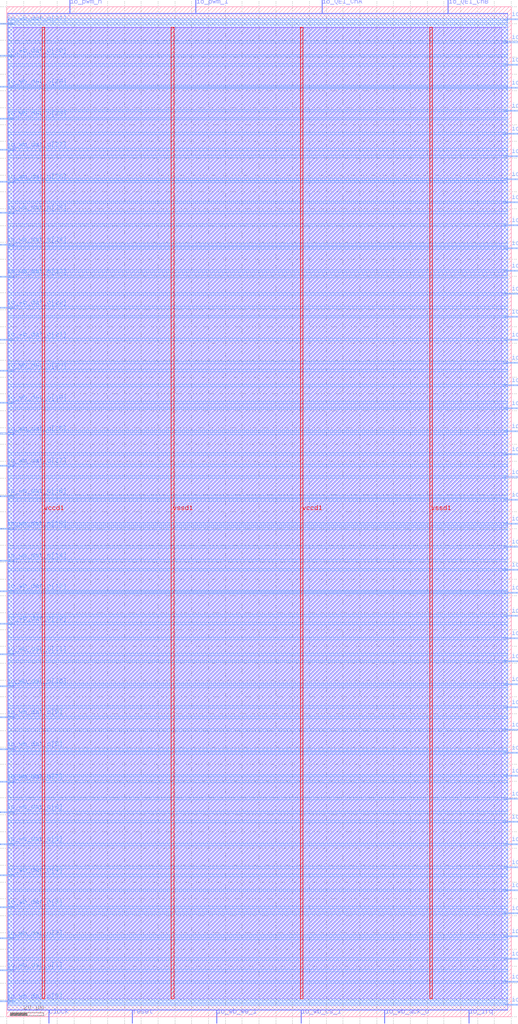
<source format=lef>
VERSION 5.7 ;
  NOWIREEXTENSIONATPIN ON ;
  DIVIDERCHAR "/" ;
  BUSBITCHARS "[]" ;
MACRO motor_top
  CLASS BLOCK ;
  FOREIGN motor_top ;
  ORIGIN 0.000 0.000 ;
  SIZE 300.000 BY 600.000 ;
  PIN clock
    DIRECTION INPUT ;
    USE SIGNAL ;
    PORT
      LAYER met2 ;
        RECT 24.930 -4.000 25.210 4.000 ;
    END
  END clock
  PIN io_QEI_ChA
    DIRECTION INPUT ;
    USE SIGNAL ;
    PORT
      LAYER met2 ;
        RECT 187.310 596.000 187.590 604.000 ;
    END
  END io_QEI_ChA
  PIN io_QEI_ChB
    DIRECTION INPUT ;
    USE SIGNAL ;
    PORT
      LAYER met2 ;
        RECT 262.290 596.000 262.570 604.000 ;
    END
  END io_QEI_ChB
  PIN io_irq
    DIRECTION OUTPUT TRISTATE ;
    USE SIGNAL ;
    PORT
      LAYER met2 ;
        RECT 274.710 -4.000 274.990 4.000 ;
    END
  END io_irq
  PIN io_pwm_h
    DIRECTION OUTPUT TRISTATE ;
    USE SIGNAL ;
    PORT
      LAYER met2 ;
        RECT 37.350 596.000 37.630 604.000 ;
    END
  END io_pwm_h
  PIN io_pwm_l
    DIRECTION OUTPUT TRISTATE ;
    USE SIGNAL ;
    PORT
      LAYER met2 ;
        RECT 112.330 596.000 112.610 604.000 ;
    END
  END io_pwm_l
  PIN io_wb_ack_o
    DIRECTION OUTPUT TRISTATE ;
    USE SIGNAL ;
    PORT
      LAYER met2 ;
        RECT 224.570 -4.000 224.850 4.000 ;
    END
  END io_wb_ack_o
  PIN io_wb_adr_i[0]
    DIRECTION INPUT ;
    USE SIGNAL ;
    PORT
      LAYER met3 ;
        RECT 296.000 6.840 304.000 7.440 ;
    END
  END io_wb_adr_i[0]
  PIN io_wb_adr_i[10]
    DIRECTION INPUT ;
    USE SIGNAL ;
    PORT
      LAYER met3 ;
        RECT 296.000 142.840 304.000 143.440 ;
    END
  END io_wb_adr_i[10]
  PIN io_wb_adr_i[11]
    DIRECTION INPUT ;
    USE SIGNAL ;
    PORT
      LAYER met3 ;
        RECT 296.000 156.440 304.000 157.040 ;
    END
  END io_wb_adr_i[11]
  PIN io_wb_adr_i[1]
    DIRECTION INPUT ;
    USE SIGNAL ;
    PORT
      LAYER met3 ;
        RECT 296.000 20.440 304.000 21.040 ;
    END
  END io_wb_adr_i[1]
  PIN io_wb_adr_i[2]
    DIRECTION INPUT ;
    USE SIGNAL ;
    PORT
      LAYER met3 ;
        RECT 296.000 34.040 304.000 34.640 ;
    END
  END io_wb_adr_i[2]
  PIN io_wb_adr_i[3]
    DIRECTION INPUT ;
    USE SIGNAL ;
    PORT
      LAYER met3 ;
        RECT 296.000 47.640 304.000 48.240 ;
    END
  END io_wb_adr_i[3]
  PIN io_wb_adr_i[4]
    DIRECTION INPUT ;
    USE SIGNAL ;
    PORT
      LAYER met3 ;
        RECT 296.000 61.240 304.000 61.840 ;
    END
  END io_wb_adr_i[4]
  PIN io_wb_adr_i[5]
    DIRECTION INPUT ;
    USE SIGNAL ;
    PORT
      LAYER met3 ;
        RECT 296.000 74.840 304.000 75.440 ;
    END
  END io_wb_adr_i[5]
  PIN io_wb_adr_i[6]
    DIRECTION INPUT ;
    USE SIGNAL ;
    PORT
      LAYER met3 ;
        RECT 296.000 88.440 304.000 89.040 ;
    END
  END io_wb_adr_i[6]
  PIN io_wb_adr_i[7]
    DIRECTION INPUT ;
    USE SIGNAL ;
    PORT
      LAYER met3 ;
        RECT 296.000 102.040 304.000 102.640 ;
    END
  END io_wb_adr_i[7]
  PIN io_wb_adr_i[8]
    DIRECTION INPUT ;
    USE SIGNAL ;
    PORT
      LAYER met3 ;
        RECT 296.000 115.640 304.000 116.240 ;
    END
  END io_wb_adr_i[8]
  PIN io_wb_adr_i[9]
    DIRECTION INPUT ;
    USE SIGNAL ;
    PORT
      LAYER met3 ;
        RECT 296.000 129.240 304.000 129.840 ;
    END
  END io_wb_adr_i[9]
  PIN io_wb_cs_i
    DIRECTION INPUT ;
    USE SIGNAL ;
    PORT
      LAYER met2 ;
        RECT 174.890 -4.000 175.170 4.000 ;
    END
  END io_wb_cs_i
  PIN io_wb_dat_i[0]
    DIRECTION INPUT ;
    USE SIGNAL ;
    PORT
      LAYER met3 ;
        RECT 296.000 170.040 304.000 170.640 ;
    END
  END io_wb_dat_i[0]
  PIN io_wb_dat_i[10]
    DIRECTION INPUT ;
    USE SIGNAL ;
    PORT
      LAYER met3 ;
        RECT 296.000 306.720 304.000 307.320 ;
    END
  END io_wb_dat_i[10]
  PIN io_wb_dat_i[11]
    DIRECTION INPUT ;
    USE SIGNAL ;
    PORT
      LAYER met3 ;
        RECT 296.000 320.320 304.000 320.920 ;
    END
  END io_wb_dat_i[11]
  PIN io_wb_dat_i[12]
    DIRECTION INPUT ;
    USE SIGNAL ;
    PORT
      LAYER met3 ;
        RECT 296.000 333.920 304.000 334.520 ;
    END
  END io_wb_dat_i[12]
  PIN io_wb_dat_i[13]
    DIRECTION INPUT ;
    USE SIGNAL ;
    PORT
      LAYER met3 ;
        RECT 296.000 347.520 304.000 348.120 ;
    END
  END io_wb_dat_i[13]
  PIN io_wb_dat_i[14]
    DIRECTION INPUT ;
    USE SIGNAL ;
    PORT
      LAYER met3 ;
        RECT 296.000 361.120 304.000 361.720 ;
    END
  END io_wb_dat_i[14]
  PIN io_wb_dat_i[15]
    DIRECTION INPUT ;
    USE SIGNAL ;
    PORT
      LAYER met3 ;
        RECT 296.000 374.720 304.000 375.320 ;
    END
  END io_wb_dat_i[15]
  PIN io_wb_dat_i[16]
    DIRECTION INPUT ;
    USE SIGNAL ;
    PORT
      LAYER met3 ;
        RECT 296.000 388.320 304.000 388.920 ;
    END
  END io_wb_dat_i[16]
  PIN io_wb_dat_i[17]
    DIRECTION INPUT ;
    USE SIGNAL ;
    PORT
      LAYER met3 ;
        RECT 296.000 401.920 304.000 402.520 ;
    END
  END io_wb_dat_i[17]
  PIN io_wb_dat_i[18]
    DIRECTION INPUT ;
    USE SIGNAL ;
    PORT
      LAYER met3 ;
        RECT 296.000 415.520 304.000 416.120 ;
    END
  END io_wb_dat_i[18]
  PIN io_wb_dat_i[19]
    DIRECTION INPUT ;
    USE SIGNAL ;
    PORT
      LAYER met3 ;
        RECT 296.000 429.120 304.000 429.720 ;
    END
  END io_wb_dat_i[19]
  PIN io_wb_dat_i[1]
    DIRECTION INPUT ;
    USE SIGNAL ;
    PORT
      LAYER met3 ;
        RECT 296.000 183.640 304.000 184.240 ;
    END
  END io_wb_dat_i[1]
  PIN io_wb_dat_i[20]
    DIRECTION INPUT ;
    USE SIGNAL ;
    PORT
      LAYER met3 ;
        RECT 296.000 442.720 304.000 443.320 ;
    END
  END io_wb_dat_i[20]
  PIN io_wb_dat_i[21]
    DIRECTION INPUT ;
    USE SIGNAL ;
    PORT
      LAYER met3 ;
        RECT 296.000 456.320 304.000 456.920 ;
    END
  END io_wb_dat_i[21]
  PIN io_wb_dat_i[22]
    DIRECTION INPUT ;
    USE SIGNAL ;
    PORT
      LAYER met3 ;
        RECT 296.000 469.920 304.000 470.520 ;
    END
  END io_wb_dat_i[22]
  PIN io_wb_dat_i[23]
    DIRECTION INPUT ;
    USE SIGNAL ;
    PORT
      LAYER met3 ;
        RECT 296.000 483.520 304.000 484.120 ;
    END
  END io_wb_dat_i[23]
  PIN io_wb_dat_i[24]
    DIRECTION INPUT ;
    USE SIGNAL ;
    PORT
      LAYER met3 ;
        RECT 296.000 497.120 304.000 497.720 ;
    END
  END io_wb_dat_i[24]
  PIN io_wb_dat_i[25]
    DIRECTION INPUT ;
    USE SIGNAL ;
    PORT
      LAYER met3 ;
        RECT 296.000 510.720 304.000 511.320 ;
    END
  END io_wb_dat_i[25]
  PIN io_wb_dat_i[26]
    DIRECTION INPUT ;
    USE SIGNAL ;
    PORT
      LAYER met3 ;
        RECT 296.000 524.320 304.000 524.920 ;
    END
  END io_wb_dat_i[26]
  PIN io_wb_dat_i[27]
    DIRECTION INPUT ;
    USE SIGNAL ;
    PORT
      LAYER met3 ;
        RECT 296.000 537.920 304.000 538.520 ;
    END
  END io_wb_dat_i[27]
  PIN io_wb_dat_i[28]
    DIRECTION INPUT ;
    USE SIGNAL ;
    PORT
      LAYER met3 ;
        RECT 296.000 551.520 304.000 552.120 ;
    END
  END io_wb_dat_i[28]
  PIN io_wb_dat_i[29]
    DIRECTION INPUT ;
    USE SIGNAL ;
    PORT
      LAYER met3 ;
        RECT 296.000 565.120 304.000 565.720 ;
    END
  END io_wb_dat_i[29]
  PIN io_wb_dat_i[2]
    DIRECTION INPUT ;
    USE SIGNAL ;
    PORT
      LAYER met3 ;
        RECT 296.000 197.240 304.000 197.840 ;
    END
  END io_wb_dat_i[2]
  PIN io_wb_dat_i[30]
    DIRECTION INPUT ;
    USE SIGNAL ;
    PORT
      LAYER met3 ;
        RECT 296.000 578.720 304.000 579.320 ;
    END
  END io_wb_dat_i[30]
  PIN io_wb_dat_i[31]
    DIRECTION INPUT ;
    USE SIGNAL ;
    PORT
      LAYER met3 ;
        RECT 296.000 592.320 304.000 592.920 ;
    END
  END io_wb_dat_i[31]
  PIN io_wb_dat_i[3]
    DIRECTION INPUT ;
    USE SIGNAL ;
    PORT
      LAYER met3 ;
        RECT 296.000 210.840 304.000 211.440 ;
    END
  END io_wb_dat_i[3]
  PIN io_wb_dat_i[4]
    DIRECTION INPUT ;
    USE SIGNAL ;
    PORT
      LAYER met3 ;
        RECT 296.000 224.440 304.000 225.040 ;
    END
  END io_wb_dat_i[4]
  PIN io_wb_dat_i[5]
    DIRECTION INPUT ;
    USE SIGNAL ;
    PORT
      LAYER met3 ;
        RECT 296.000 238.040 304.000 238.640 ;
    END
  END io_wb_dat_i[5]
  PIN io_wb_dat_i[6]
    DIRECTION INPUT ;
    USE SIGNAL ;
    PORT
      LAYER met3 ;
        RECT 296.000 251.640 304.000 252.240 ;
    END
  END io_wb_dat_i[6]
  PIN io_wb_dat_i[7]
    DIRECTION INPUT ;
    USE SIGNAL ;
    PORT
      LAYER met3 ;
        RECT 296.000 265.240 304.000 265.840 ;
    END
  END io_wb_dat_i[7]
  PIN io_wb_dat_i[8]
    DIRECTION INPUT ;
    USE SIGNAL ;
    PORT
      LAYER met3 ;
        RECT 296.000 278.840 304.000 279.440 ;
    END
  END io_wb_dat_i[8]
  PIN io_wb_dat_i[9]
    DIRECTION INPUT ;
    USE SIGNAL ;
    PORT
      LAYER met3 ;
        RECT 296.000 292.440 304.000 293.040 ;
    END
  END io_wb_dat_i[9]
  PIN io_wb_dat_o[0]
    DIRECTION OUTPUT TRISTATE ;
    USE SIGNAL ;
    PORT
      LAYER met3 ;
        RECT -4.000 8.880 4.000 9.480 ;
    END
  END io_wb_dat_o[0]
  PIN io_wb_dat_o[10]
    DIRECTION OUTPUT TRISTATE ;
    USE SIGNAL ;
    PORT
      LAYER met3 ;
        RECT -4.000 195.880 4.000 196.480 ;
    END
  END io_wb_dat_o[10]
  PIN io_wb_dat_o[11]
    DIRECTION OUTPUT TRISTATE ;
    USE SIGNAL ;
    PORT
      LAYER met3 ;
        RECT -4.000 214.920 4.000 215.520 ;
    END
  END io_wb_dat_o[11]
  PIN io_wb_dat_o[12]
    DIRECTION OUTPUT TRISTATE ;
    USE SIGNAL ;
    PORT
      LAYER met3 ;
        RECT -4.000 233.280 4.000 233.880 ;
    END
  END io_wb_dat_o[12]
  PIN io_wb_dat_o[13]
    DIRECTION OUTPUT TRISTATE ;
    USE SIGNAL ;
    PORT
      LAYER met3 ;
        RECT -4.000 252.320 4.000 252.920 ;
    END
  END io_wb_dat_o[13]
  PIN io_wb_dat_o[14]
    DIRECTION OUTPUT TRISTATE ;
    USE SIGNAL ;
    PORT
      LAYER met3 ;
        RECT -4.000 270.680 4.000 271.280 ;
    END
  END io_wb_dat_o[14]
  PIN io_wb_dat_o[15]
    DIRECTION OUTPUT TRISTATE ;
    USE SIGNAL ;
    PORT
      LAYER met3 ;
        RECT -4.000 289.720 4.000 290.320 ;
    END
  END io_wb_dat_o[15]
  PIN io_wb_dat_o[16]
    DIRECTION OUTPUT TRISTATE ;
    USE SIGNAL ;
    PORT
      LAYER met3 ;
        RECT -4.000 308.760 4.000 309.360 ;
    END
  END io_wb_dat_o[16]
  PIN io_wb_dat_o[17]
    DIRECTION OUTPUT TRISTATE ;
    USE SIGNAL ;
    PORT
      LAYER met3 ;
        RECT -4.000 327.120 4.000 327.720 ;
    END
  END io_wb_dat_o[17]
  PIN io_wb_dat_o[18]
    DIRECTION OUTPUT TRISTATE ;
    USE SIGNAL ;
    PORT
      LAYER met3 ;
        RECT -4.000 346.160 4.000 346.760 ;
    END
  END io_wb_dat_o[18]
  PIN io_wb_dat_o[19]
    DIRECTION OUTPUT TRISTATE ;
    USE SIGNAL ;
    PORT
      LAYER met3 ;
        RECT -4.000 364.520 4.000 365.120 ;
    END
  END io_wb_dat_o[19]
  PIN io_wb_dat_o[1]
    DIRECTION OUTPUT TRISTATE ;
    USE SIGNAL ;
    PORT
      LAYER met3 ;
        RECT -4.000 27.240 4.000 27.840 ;
    END
  END io_wb_dat_o[1]
  PIN io_wb_dat_o[20]
    DIRECTION OUTPUT TRISTATE ;
    USE SIGNAL ;
    PORT
      LAYER met3 ;
        RECT -4.000 383.560 4.000 384.160 ;
    END
  END io_wb_dat_o[20]
  PIN io_wb_dat_o[21]
    DIRECTION OUTPUT TRISTATE ;
    USE SIGNAL ;
    PORT
      LAYER met3 ;
        RECT -4.000 401.920 4.000 402.520 ;
    END
  END io_wb_dat_o[21]
  PIN io_wb_dat_o[22]
    DIRECTION OUTPUT TRISTATE ;
    USE SIGNAL ;
    PORT
      LAYER met3 ;
        RECT -4.000 420.960 4.000 421.560 ;
    END
  END io_wb_dat_o[22]
  PIN io_wb_dat_o[23]
    DIRECTION OUTPUT TRISTATE ;
    USE SIGNAL ;
    PORT
      LAYER met3 ;
        RECT -4.000 439.320 4.000 439.920 ;
    END
  END io_wb_dat_o[23]
  PIN io_wb_dat_o[24]
    DIRECTION OUTPUT TRISTATE ;
    USE SIGNAL ;
    PORT
      LAYER met3 ;
        RECT -4.000 458.360 4.000 458.960 ;
    END
  END io_wb_dat_o[24]
  PIN io_wb_dat_o[25]
    DIRECTION OUTPUT TRISTATE ;
    USE SIGNAL ;
    PORT
      LAYER met3 ;
        RECT -4.000 477.400 4.000 478.000 ;
    END
  END io_wb_dat_o[25]
  PIN io_wb_dat_o[26]
    DIRECTION OUTPUT TRISTATE ;
    USE SIGNAL ;
    PORT
      LAYER met3 ;
        RECT -4.000 495.760 4.000 496.360 ;
    END
  END io_wb_dat_o[26]
  PIN io_wb_dat_o[27]
    DIRECTION OUTPUT TRISTATE ;
    USE SIGNAL ;
    PORT
      LAYER met3 ;
        RECT -4.000 514.800 4.000 515.400 ;
    END
  END io_wb_dat_o[27]
  PIN io_wb_dat_o[28]
    DIRECTION OUTPUT TRISTATE ;
    USE SIGNAL ;
    PORT
      LAYER met3 ;
        RECT -4.000 533.160 4.000 533.760 ;
    END
  END io_wb_dat_o[28]
  PIN io_wb_dat_o[29]
    DIRECTION OUTPUT TRISTATE ;
    USE SIGNAL ;
    PORT
      LAYER met3 ;
        RECT -4.000 552.200 4.000 552.800 ;
    END
  END io_wb_dat_o[29]
  PIN io_wb_dat_o[2]
    DIRECTION OUTPUT TRISTATE ;
    USE SIGNAL ;
    PORT
      LAYER met3 ;
        RECT -4.000 46.280 4.000 46.880 ;
    END
  END io_wb_dat_o[2]
  PIN io_wb_dat_o[30]
    DIRECTION OUTPUT TRISTATE ;
    USE SIGNAL ;
    PORT
      LAYER met3 ;
        RECT -4.000 570.560 4.000 571.160 ;
    END
  END io_wb_dat_o[30]
  PIN io_wb_dat_o[31]
    DIRECTION OUTPUT TRISTATE ;
    USE SIGNAL ;
    PORT
      LAYER met3 ;
        RECT -4.000 589.600 4.000 590.200 ;
    END
  END io_wb_dat_o[31]
  PIN io_wb_dat_o[3]
    DIRECTION OUTPUT TRISTATE ;
    USE SIGNAL ;
    PORT
      LAYER met3 ;
        RECT -4.000 64.640 4.000 65.240 ;
    END
  END io_wb_dat_o[3]
  PIN io_wb_dat_o[4]
    DIRECTION OUTPUT TRISTATE ;
    USE SIGNAL ;
    PORT
      LAYER met3 ;
        RECT -4.000 83.680 4.000 84.280 ;
    END
  END io_wb_dat_o[4]
  PIN io_wb_dat_o[5]
    DIRECTION OUTPUT TRISTATE ;
    USE SIGNAL ;
    PORT
      LAYER met3 ;
        RECT -4.000 102.040 4.000 102.640 ;
    END
  END io_wb_dat_o[5]
  PIN io_wb_dat_o[6]
    DIRECTION OUTPUT TRISTATE ;
    USE SIGNAL ;
    PORT
      LAYER met3 ;
        RECT -4.000 121.080 4.000 121.680 ;
    END
  END io_wb_dat_o[6]
  PIN io_wb_dat_o[7]
    DIRECTION OUTPUT TRISTATE ;
    USE SIGNAL ;
    PORT
      LAYER met3 ;
        RECT -4.000 139.440 4.000 140.040 ;
    END
  END io_wb_dat_o[7]
  PIN io_wb_dat_o[8]
    DIRECTION OUTPUT TRISTATE ;
    USE SIGNAL ;
    PORT
      LAYER met3 ;
        RECT -4.000 158.480 4.000 159.080 ;
    END
  END io_wb_dat_o[8]
  PIN io_wb_dat_o[9]
    DIRECTION OUTPUT TRISTATE ;
    USE SIGNAL ;
    PORT
      LAYER met3 ;
        RECT -4.000 177.520 4.000 178.120 ;
    END
  END io_wb_dat_o[9]
  PIN io_wb_we_i
    DIRECTION INPUT ;
    USE SIGNAL ;
    PORT
      LAYER met2 ;
        RECT 124.750 -4.000 125.030 4.000 ;
    END
  END io_wb_we_i
  PIN reset
    DIRECTION INPUT ;
    USE SIGNAL ;
    PORT
      LAYER met2 ;
        RECT 74.610 -4.000 74.890 4.000 ;
    END
  END reset
  PIN vccd1
    DIRECTION INOUT ;
    USE POWER ;
    PORT
      LAYER met4 ;
        RECT 174.640 10.640 176.240 587.760 ;
    END
  END vccd1
  PIN vccd1
    DIRECTION INOUT ;
    USE POWER ;
    PORT
      LAYER met4 ;
        RECT 21.040 10.640 22.640 587.760 ;
    END
  END vccd1
  PIN vssd1
    DIRECTION INOUT ;
    USE GROUND ;
    PORT
      LAYER met4 ;
        RECT 251.440 10.640 253.040 587.760 ;
    END
  END vssd1
  PIN vssd1
    DIRECTION INOUT ;
    USE GROUND ;
    PORT
      LAYER met4 ;
        RECT 97.840 10.640 99.440 587.760 ;
    END
  END vssd1
  OBS
      LAYER li1 ;
        RECT 4.285 10.795 294.400 587.605 ;
      LAYER met1 ;
        RECT 0.530 10.640 298.010 587.760 ;
      LAYER met2 ;
        RECT 0.560 595.720 37.070 596.000 ;
        RECT 37.910 595.720 112.050 596.000 ;
        RECT 112.890 595.720 187.030 596.000 ;
        RECT 187.870 595.720 262.010 596.000 ;
        RECT 262.850 595.720 297.990 596.000 ;
        RECT 0.560 4.280 297.990 595.720 ;
        RECT 0.560 4.000 24.650 4.280 ;
        RECT 25.490 4.000 74.330 4.280 ;
        RECT 75.170 4.000 124.470 4.280 ;
        RECT 125.310 4.000 174.610 4.280 ;
        RECT 175.450 4.000 224.290 4.280 ;
        RECT 225.130 4.000 274.430 4.280 ;
        RECT 275.270 4.000 297.990 4.280 ;
      LAYER met3 ;
        RECT 0.985 591.920 295.600 592.785 ;
        RECT 0.985 590.600 298.015 591.920 ;
        RECT 4.400 589.200 298.015 590.600 ;
        RECT 0.985 579.720 298.015 589.200 ;
        RECT 0.985 578.320 295.600 579.720 ;
        RECT 0.985 571.560 298.015 578.320 ;
        RECT 4.400 570.160 298.015 571.560 ;
        RECT 0.985 566.120 298.015 570.160 ;
        RECT 0.985 564.720 295.600 566.120 ;
        RECT 0.985 553.200 298.015 564.720 ;
        RECT 4.400 552.520 298.015 553.200 ;
        RECT 4.400 551.800 295.600 552.520 ;
        RECT 0.985 551.120 295.600 551.800 ;
        RECT 0.985 538.920 298.015 551.120 ;
        RECT 0.985 537.520 295.600 538.920 ;
        RECT 0.985 534.160 298.015 537.520 ;
        RECT 4.400 532.760 298.015 534.160 ;
        RECT 0.985 525.320 298.015 532.760 ;
        RECT 0.985 523.920 295.600 525.320 ;
        RECT 0.985 515.800 298.015 523.920 ;
        RECT 4.400 514.400 298.015 515.800 ;
        RECT 0.985 511.720 298.015 514.400 ;
        RECT 0.985 510.320 295.600 511.720 ;
        RECT 0.985 498.120 298.015 510.320 ;
        RECT 0.985 496.760 295.600 498.120 ;
        RECT 4.400 496.720 295.600 496.760 ;
        RECT 4.400 495.360 298.015 496.720 ;
        RECT 0.985 484.520 298.015 495.360 ;
        RECT 0.985 483.120 295.600 484.520 ;
        RECT 0.985 478.400 298.015 483.120 ;
        RECT 4.400 477.000 298.015 478.400 ;
        RECT 0.985 470.920 298.015 477.000 ;
        RECT 0.985 469.520 295.600 470.920 ;
        RECT 0.985 459.360 298.015 469.520 ;
        RECT 4.400 457.960 298.015 459.360 ;
        RECT 0.985 457.320 298.015 457.960 ;
        RECT 0.985 455.920 295.600 457.320 ;
        RECT 0.985 443.720 298.015 455.920 ;
        RECT 0.985 442.320 295.600 443.720 ;
        RECT 0.985 440.320 298.015 442.320 ;
        RECT 4.400 438.920 298.015 440.320 ;
        RECT 0.985 430.120 298.015 438.920 ;
        RECT 0.985 428.720 295.600 430.120 ;
        RECT 0.985 421.960 298.015 428.720 ;
        RECT 4.400 420.560 298.015 421.960 ;
        RECT 0.985 416.520 298.015 420.560 ;
        RECT 0.985 415.120 295.600 416.520 ;
        RECT 0.985 402.920 298.015 415.120 ;
        RECT 4.400 401.520 295.600 402.920 ;
        RECT 0.985 389.320 298.015 401.520 ;
        RECT 0.985 387.920 295.600 389.320 ;
        RECT 0.985 384.560 298.015 387.920 ;
        RECT 4.400 383.160 298.015 384.560 ;
        RECT 0.985 375.720 298.015 383.160 ;
        RECT 0.985 374.320 295.600 375.720 ;
        RECT 0.985 365.520 298.015 374.320 ;
        RECT 4.400 364.120 298.015 365.520 ;
        RECT 0.985 362.120 298.015 364.120 ;
        RECT 0.985 360.720 295.600 362.120 ;
        RECT 0.985 348.520 298.015 360.720 ;
        RECT 0.985 347.160 295.600 348.520 ;
        RECT 4.400 347.120 295.600 347.160 ;
        RECT 4.400 345.760 298.015 347.120 ;
        RECT 0.985 334.920 298.015 345.760 ;
        RECT 0.985 333.520 295.600 334.920 ;
        RECT 0.985 328.120 298.015 333.520 ;
        RECT 4.400 326.720 298.015 328.120 ;
        RECT 0.985 321.320 298.015 326.720 ;
        RECT 0.985 319.920 295.600 321.320 ;
        RECT 0.985 309.760 298.015 319.920 ;
        RECT 4.400 308.360 298.015 309.760 ;
        RECT 0.985 307.720 298.015 308.360 ;
        RECT 0.985 306.320 295.600 307.720 ;
        RECT 0.985 293.440 298.015 306.320 ;
        RECT 0.985 292.040 295.600 293.440 ;
        RECT 0.985 290.720 298.015 292.040 ;
        RECT 4.400 289.320 298.015 290.720 ;
        RECT 0.985 279.840 298.015 289.320 ;
        RECT 0.985 278.440 295.600 279.840 ;
        RECT 0.985 271.680 298.015 278.440 ;
        RECT 4.400 270.280 298.015 271.680 ;
        RECT 0.985 266.240 298.015 270.280 ;
        RECT 0.985 264.840 295.600 266.240 ;
        RECT 0.985 253.320 298.015 264.840 ;
        RECT 4.400 252.640 298.015 253.320 ;
        RECT 4.400 251.920 295.600 252.640 ;
        RECT 0.985 251.240 295.600 251.920 ;
        RECT 0.985 239.040 298.015 251.240 ;
        RECT 0.985 237.640 295.600 239.040 ;
        RECT 0.985 234.280 298.015 237.640 ;
        RECT 4.400 232.880 298.015 234.280 ;
        RECT 0.985 225.440 298.015 232.880 ;
        RECT 0.985 224.040 295.600 225.440 ;
        RECT 0.985 215.920 298.015 224.040 ;
        RECT 4.400 214.520 298.015 215.920 ;
        RECT 0.985 211.840 298.015 214.520 ;
        RECT 0.985 210.440 295.600 211.840 ;
        RECT 0.985 198.240 298.015 210.440 ;
        RECT 0.985 196.880 295.600 198.240 ;
        RECT 4.400 196.840 295.600 196.880 ;
        RECT 4.400 195.480 298.015 196.840 ;
        RECT 0.985 184.640 298.015 195.480 ;
        RECT 0.985 183.240 295.600 184.640 ;
        RECT 0.985 178.520 298.015 183.240 ;
        RECT 4.400 177.120 298.015 178.520 ;
        RECT 0.985 171.040 298.015 177.120 ;
        RECT 0.985 169.640 295.600 171.040 ;
        RECT 0.985 159.480 298.015 169.640 ;
        RECT 4.400 158.080 298.015 159.480 ;
        RECT 0.985 157.440 298.015 158.080 ;
        RECT 0.985 156.040 295.600 157.440 ;
        RECT 0.985 143.840 298.015 156.040 ;
        RECT 0.985 142.440 295.600 143.840 ;
        RECT 0.985 140.440 298.015 142.440 ;
        RECT 4.400 139.040 298.015 140.440 ;
        RECT 0.985 130.240 298.015 139.040 ;
        RECT 0.985 128.840 295.600 130.240 ;
        RECT 0.985 122.080 298.015 128.840 ;
        RECT 4.400 120.680 298.015 122.080 ;
        RECT 0.985 116.640 298.015 120.680 ;
        RECT 0.985 115.240 295.600 116.640 ;
        RECT 0.985 103.040 298.015 115.240 ;
        RECT 4.400 101.640 295.600 103.040 ;
        RECT 0.985 89.440 298.015 101.640 ;
        RECT 0.985 88.040 295.600 89.440 ;
        RECT 0.985 84.680 298.015 88.040 ;
        RECT 4.400 83.280 298.015 84.680 ;
        RECT 0.985 75.840 298.015 83.280 ;
        RECT 0.985 74.440 295.600 75.840 ;
        RECT 0.985 65.640 298.015 74.440 ;
        RECT 4.400 64.240 298.015 65.640 ;
        RECT 0.985 62.240 298.015 64.240 ;
        RECT 0.985 60.840 295.600 62.240 ;
        RECT 0.985 48.640 298.015 60.840 ;
        RECT 0.985 47.280 295.600 48.640 ;
        RECT 4.400 47.240 295.600 47.280 ;
        RECT 4.400 45.880 298.015 47.240 ;
        RECT 0.985 35.040 298.015 45.880 ;
        RECT 0.985 33.640 295.600 35.040 ;
        RECT 0.985 28.240 298.015 33.640 ;
        RECT 4.400 26.840 298.015 28.240 ;
        RECT 0.985 21.440 298.015 26.840 ;
        RECT 0.985 20.040 295.600 21.440 ;
        RECT 0.985 9.880 298.015 20.040 ;
        RECT 4.400 8.480 298.015 9.880 ;
        RECT 0.985 7.840 298.015 8.480 ;
        RECT 0.985 6.975 295.600 7.840 ;
  END
END motor_top
END LIBRARY


</source>
